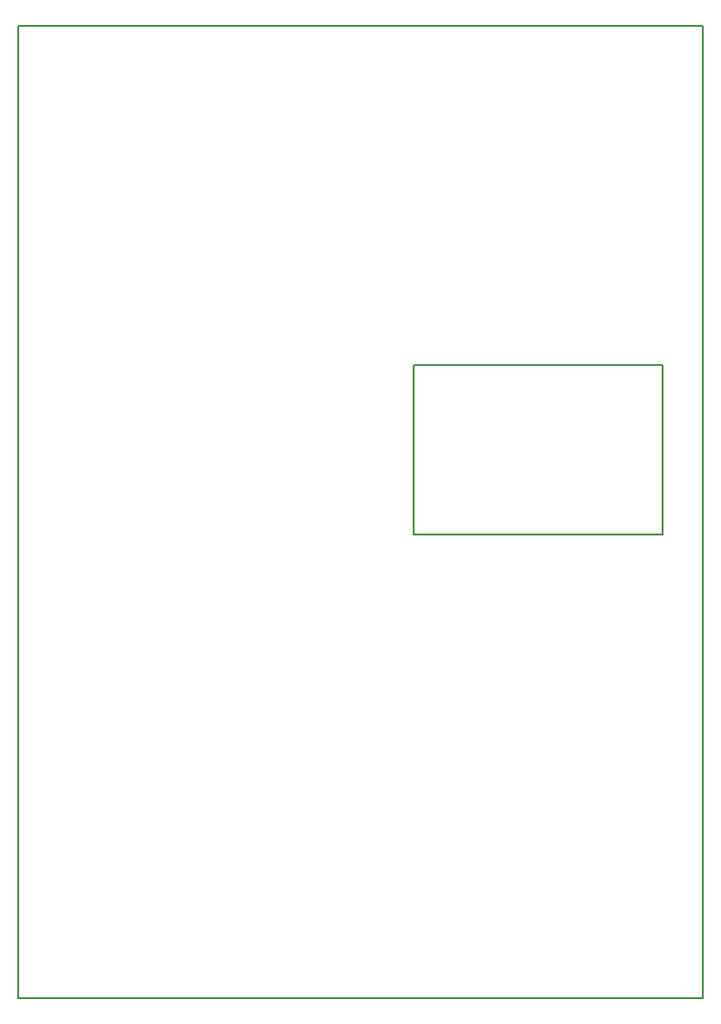
<source format=gbr>
%TF.GenerationSoftware,KiCad,Pcbnew,8.0.1*%
%TF.CreationDate,2024-05-06T13:05:29+02:00*%
%TF.ProjectId,BotBattle,426f7442-6174-4746-9c65-2e6b69636164,rev?*%
%TF.SameCoordinates,Original*%
%TF.FileFunction,Profile,NP*%
%FSLAX46Y46*%
G04 Gerber Fmt 4.6, Leading zero omitted, Abs format (unit mm)*
G04 Created by KiCad (PCBNEW 8.0.1) date 2024-05-06 13:05:29*
%MOMM*%
%LPD*%
G01*
G04 APERTURE LIST*
%TA.AperFunction,Profile*%
%ADD10C,0.200000*%
%TD*%
G04 APERTURE END LIST*
D10*
X181000000Y-82500000D02*
X203000000Y-82500000D01*
X203000000Y-97500000D01*
X181000000Y-97500000D01*
X181000000Y-82500000D01*
X146000000Y-52500000D02*
X206500000Y-52500000D01*
X206500000Y-138500000D01*
X146000000Y-138500000D01*
X146000000Y-52500000D01*
M02*

</source>
